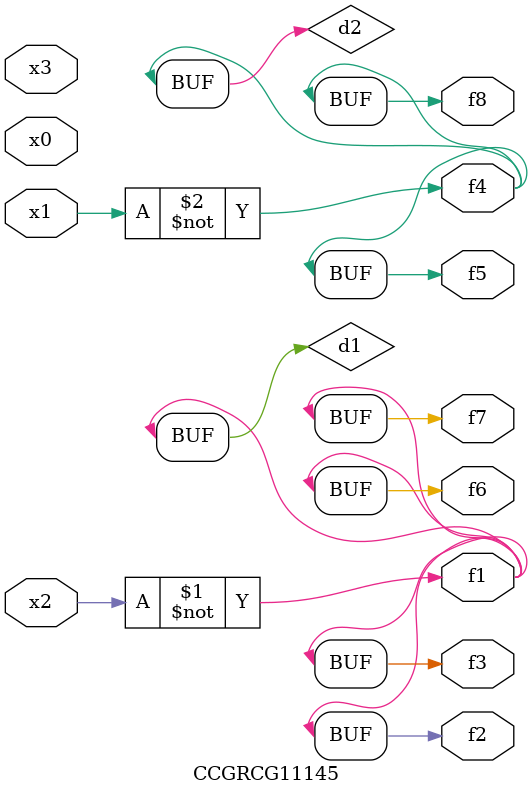
<source format=v>
module CCGRCG11145(
	input x0, x1, x2, x3,
	output f1, f2, f3, f4, f5, f6, f7, f8
);

	wire d1, d2;

	xnor (d1, x2);
	not (d2, x1);
	assign f1 = d1;
	assign f2 = d1;
	assign f3 = d1;
	assign f4 = d2;
	assign f5 = d2;
	assign f6 = d1;
	assign f7 = d1;
	assign f8 = d2;
endmodule

</source>
